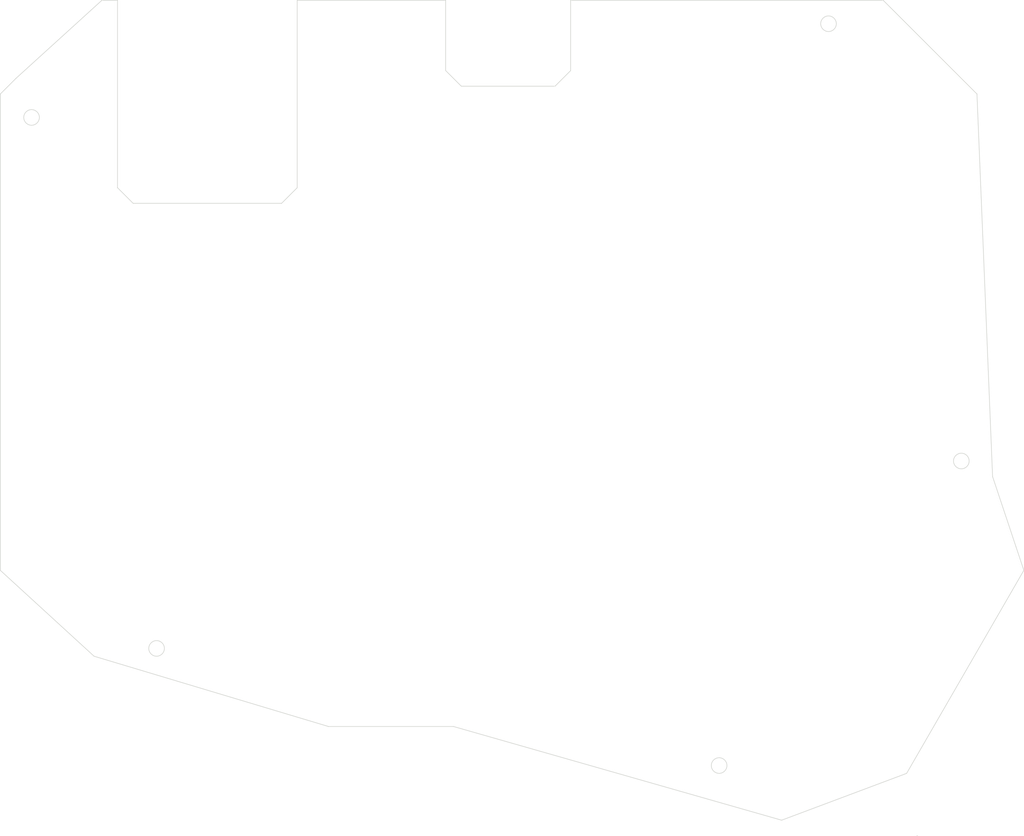
<source format=kicad_pcb>
(kicad_pcb (version 20171130) (host pcbnew "(5.1.2)-2")

  (general
    (thickness 1.6)
    (drawings 32)
    (tracks 0)
    (zones 0)
    (modules 0)
    (nets 1)
  )

  (page A4)
  (title_block
    (title "Redox keyboard PCB")
    (date 2018-05-05)
    (rev 1.0)
    (comment 1 "designed by Mattia Dal Ben (aka u/TiaMaT102)")
    (comment 2 https://github.com/mattdibi/redox-keyboard)
  )

  (layers
    (0 F.Cu signal)
    (31 B.Cu signal hide)
    (32 B.Adhes user hide)
    (33 F.Adhes user hide)
    (34 B.Paste user hide)
    (35 F.Paste user hide)
    (36 B.SilkS user hide)
    (37 F.SilkS user hide)
    (38 B.Mask user hide)
    (39 F.Mask user hide)
    (40 Dwgs.User user hide)
    (41 Cmts.User user hide)
    (42 Eco1.User user hide)
    (43 Eco2.User user hide)
    (44 Edge.Cuts user)
    (45 Margin user hide)
    (46 B.CrtYd user hide)
    (47 F.CrtYd user hide)
    (48 B.Fab user hide)
    (49 F.Fab user hide)
  )

  (setup
    (last_trace_width 0.25)
    (trace_clearance 0.2)
    (zone_clearance 0.508)
    (zone_45_only no)
    (trace_min 0.2)
    (via_size 0.6)
    (via_drill 0.4)
    (via_min_size 0.4)
    (via_min_drill 0.3)
    (uvia_size 0.3)
    (uvia_drill 0.1)
    (uvias_allowed no)
    (uvia_min_size 0.2)
    (uvia_min_drill 0.1)
    (edge_width 0.1)
    (segment_width 0.2)
    (pcb_text_width 0.3)
    (pcb_text_size 1.5 1.5)
    (mod_edge_width 0.15)
    (mod_text_size 1 1)
    (mod_text_width 0.15)
    (pad_size 1.5 1.5)
    (pad_drill 0.6)
    (pad_to_mask_clearance 0)
    (aux_axis_origin 0 0)
    (visible_elements 7FFFFFFF)
    (pcbplotparams
      (layerselection 0x010fc_ffffffff)
      (usegerberextensions true)
      (usegerberattributes false)
      (usegerberadvancedattributes false)
      (creategerberjobfile false)
      (excludeedgelayer true)
      (linewidth 0.100000)
      (plotframeref false)
      (viasonmask false)
      (mode 1)
      (useauxorigin false)
      (hpglpennumber 1)
      (hpglpenspeed 20)
      (hpglpendiameter 15.000000)
      (psnegative false)
      (psa4output false)
      (plotreference true)
      (plotvalue true)
      (plotinvisibletext false)
      (padsonsilk false)
      (subtractmaskfromsilk false)
      (outputformat 1)
      (mirror false)
      (drillshape 0)
      (scaleselection 1)
      (outputdirectory "gerber_files/"))
  )

  (net 0 "")

  (net_class Default "Questo è il gruppo di collegamenti predefinito"
    (clearance 0.2)
    (trace_width 0.25)
    (via_dia 0.6)
    (via_drill 0.4)
    (uvia_dia 0.3)
    (uvia_drill 0.1)
  )

  (gr_circle (center 73.66 58.42) (end 74.93 58.42) (layer Edge.Cuts) (width 0.1) (tstamp 5DB51D95))
  (gr_circle (center 203.2 43.18) (end 204.47 43.18) (layer Edge.Cuts) (width 0.1) (tstamp 5DB51D94))
  (gr_circle (center 93.98 144.78) (end 95.25 144.78) (layer Edge.Cuts) (width 0.1) (tstamp 5DB51D93))
  (gr_circle (center 224.79 114.3) (end 226.06 114.3) (layer Edge.Cuts) (width 0.1) (tstamp 5DB51D92))
  (gr_circle (center 185.42 163.83) (end 186.69 163.83) (layer Edge.Cuts) (width 0.1) (tstamp 5DB51D91))
  (gr_line (start 116.84 69.85) (end 116.84 39.37) (layer Edge.Cuts) (width 0.1))
  (gr_line (start 114.3 72.39) (end 116.84 69.85) (layer Edge.Cuts) (width 0.1))
  (gr_line (start 90.17 72.39) (end 114.3 72.39) (layer Edge.Cuts) (width 0.1))
  (gr_line (start 87.63 69.85) (end 90.17 72.39) (layer Edge.Cuts) (width 0.1))
  (gr_line (start 87.63 39.37) (end 87.63 69.85) (layer Edge.Cuts) (width 0.1))
  (gr_line (start 161.29 39.37) (end 212.09 39.37) (layer Edge.Cuts) (width 0.1) (tstamp 5DB50666))
  (gr_line (start 161.29 50.8) (end 161.29 39.37) (layer Edge.Cuts) (width 0.1))
  (gr_line (start 158.75 53.34) (end 161.29 50.8) (layer Edge.Cuts) (width 0.1))
  (gr_line (start 143.51 53.34) (end 158.75 53.34) (layer Edge.Cuts) (width 0.1))
  (gr_line (start 140.97 50.8) (end 143.51 53.34) (layer Edge.Cuts) (width 0.1))
  (gr_line (start 140.97 39.37) (end 140.97 50.8) (layer Edge.Cuts) (width 0.1))
  (gr_line (start 71.12 52.07) (end 85.09 39.37) (layer Edge.Cuts) (width 0.1) (tstamp 5DB46CBB))
  (gr_line (start 68.58 54.61) (end 68.58 132.08) (layer Edge.Cuts) (width 0.1))
  (gr_line (start 71.12 52.07) (end 68.58 54.61) (layer Edge.Cuts) (width 0.1))
  (gr_line (start 83.82 146.05) (end 68.58 132.08) (layer Edge.Cuts) (width 0.1))
  (gr_line (start 121.92 157.48) (end 83.82 146.05) (layer Edge.Cuts) (width 0.1))
  (gr_line (start 142.24 157.48) (end 121.92 157.48) (layer Edge.Cuts) (width 0.1))
  (gr_line (start 195.58 172.72) (end 142.24 157.48) (layer Edge.Cuts) (width 0.1))
  (gr_line (start 215.9 165.1) (end 195.58 172.72) (layer Edge.Cuts) (width 0.1))
  (gr_line (start 234.95 132.08) (end 215.9 165.1) (layer Edge.Cuts) (width 0.1))
  (gr_line (start 233.68 128.27) (end 234.95 132.08) (layer Edge.Cuts) (width 0.1))
  (gr_line (start 229.87 116.84) (end 233.68 128.27) (layer Edge.Cuts) (width 0.1))
  (gr_line (start 227.33 54.61) (end 229.87 116.84) (layer Edge.Cuts) (width 0.1))
  (gr_line (start 212.09 39.37) (end 227.33 54.61) (layer Edge.Cuts) (width 0.1))
  (gr_line (start 116.84 39.37) (end 140.97 39.37) (layer Edge.Cuts) (width 0.1))
  (gr_line (start 85.09 39.37) (end 87.63 39.37) (layer Edge.Cuts) (width 0.1))
  (gr_line (start 217.551 175.26) (end 217.678 175.26) (angle 90) (layer Edge.Cuts) (width 0.1))

)

</source>
